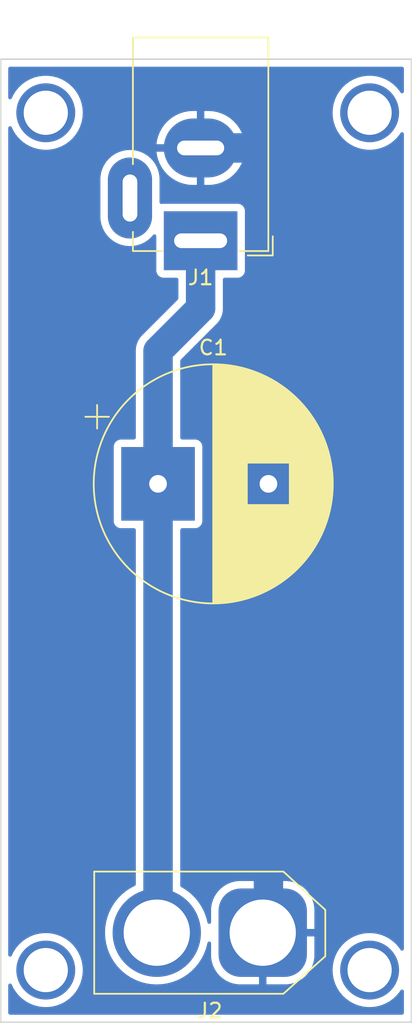
<source format=kicad_pcb>
(kicad_pcb (version 20211014) (generator pcbnew)
  (layers (0 "F.Cu" signal) (31 "B.Cu" signal) (34 "B.Paste" user) (35 "F.Paste" user) (36 "B.SilkS" user "B.Silkscreen") (37 "F.SilkS" user "F.Silkscreen") (38 "B.Mask" user) (39 "F.Mask" user) (44 "Edge.Cuts" user))
  (net 0 "")
  (net 1 "Net-(C1-Pad1)")
  (net 2 "GND")
  (footprint "Connector_BarrelJack:BarrelJack_GCT_DCJ200-10-A_Horizontal" (layer "F.Cu") (at 103.52 59.69 180)
    (fp_text reference "J1" (at 0 -2.5) (layer "F.SilkS"))
    (fp_text value "Barrel_Jack_Switch")
    (fp_line (start 4.6 5.2) (end 4.6 13.8) (layer "F.SilkS") (width 0.12))
    (fp_line (start 4.6 -0.7) (end 4.6 0.6) (layer "F.SilkS") (width 0.12))
    (fp_line (start -4.6 -0.7) (end -2.6 -0.7) (layer "F.SilkS") (width 0.12))
    (fp_line (start -3.2 -1) (end -4.9 -1) (layer "F.SilkS") (width 0.12))
    (fp_line (start -4.9 -1) (end -4.9 0.3) (layer "F.SilkS") (width 0.12))
    (fp_line (start 4.6 13.8) (end -4.6 13.8) (layer "F.SilkS") (width 0.12))
    (fp_line (start 2.6 -0.7) (end 4.6 -0.7) (layer "F.SilkS") (width 0.12))
    (fp_line (start -4.6 13.8) (end -4.6 -0.7) (layer "F.SilkS") (width 0.12))
    (pad "1" thru_hole rect (at 0 0 180) (size 5 4) (drill oval 3.6 1) (layers *.Cu *.Mask) (net 1 "Net-(C1-Pad1)"))
    (pad "2" thru_hole oval (at 0 6.3 180) (size 5 4) (drill oval 3.2 1) (layers *.Cu *.Mask) (net 2 "GND"))
    (pad "3" thru_hole oval (at 4.8 2.9 180) (size 3 5.5) (drill oval 1 3.2) (layers *.Cu *.Mask))
  )
  (footprint "Capacitor_THT:CP_Radial_D16.0mm_P7.50mm" (layer "F.Cu") (at 100.627246 76.2)
    (fp_text reference "C1" (at 3.75 -9.25) (layer "F.SilkS"))
    (fp_text value "1000u")
    (fp_line (start 8.071 -6.836) (end 8.071 -1.44) (layer "F.SilkS") (width 0.12))
    (fp_line (start 4.751 -8.019) (end 4.751 8.019) (layer "F.SilkS") (width 0.12))
    (fp_line (start 6.191 -7.705) (end 6.191 -1.44) (layer "F.SilkS") (width 0.12))
    (fp_line (start 10.871 -3.864) (end 10.871 3.864) (layer "F.SilkS") (width 0.12))
    (fp_line (start 4.23 -8.066) (end 4.23 8.066) (layer "F.SilkS") (width 0.12))
    (fp_line (start 8.751 -6.358) (end 8.751 -1.44) (layer "F.SilkS") (width 0.12))
    (fp_line (start 5.271 -7.937) (end 5.271 7.937) (layer "F.SilkS") (width 0.12))
    (fp_line (start 7.471 1.44) (end 7.471 7.178) (layer "F.SilkS") (width 0.12))
    (fp_line (start 8.511 1.44) (end 8.511 6.539) (layer "F.SilkS") (width 0.12))
    (fp_line (start 4.831 -8.008) (end 4.831 8.008) (layer "F.SilkS") (width 0.12))
    (fp_line (start 5.911 -7.788) (end 5.911 7.788) (layer "F.SilkS") (width 0.12))
    (fp_line (start 10.631 -4.273) (end 10.631 4.273) (layer "F.SilkS") (width 0.12))
    (fp_line (start 4.631 -8.033) (end 4.631 8.033) (layer "F.SilkS") (width 0.12))
    (fp_line (start 6.751 1.44) (end 6.751 7.506) (layer "F.SilkS") (width 0.12))
    (fp_line (start 9.431 -5.763) (end 9.431 5.763) (layer "F.SilkS") (width 0.12))
    (fp_line (start 7.271 1.44) (end 7.271 7.278) (layer "F.SilkS") (width 0.12))
    (fp_line (start 8.391 1.44) (end 8.391 6.624) (layer "F.SilkS") (width 0.12))
    (fp_line (start 8.231 -6.733) (end 8.231 -1.44) (layer "F.SilkS") (width 0.12))
    (fp_line (start 8.151 1.44) (end 8.151 6.785) (layer "F.SilkS") (width 0.12))
    (fp_line (start 3.87 -8.08) (end 3.87 8.08) (layer "F.SilkS") (width 0.12))
    (fp_line (start 6.831 -7.474) (end 6.831 -1.44) (layer "F.SilkS") (width 0.12))
    (fp_line (start 7.431 -7.199) (end 7.431 -1.44) (layer "F.SilkS") (width 0.12))
    (fp_line (start 8.671 -6.42) (end 8.671 -1.44) (layer "F.SilkS") (width 0.12))
    (fp_line (start 7.111 1.44) (end 7.111 7.353) (layer "F.SilkS") (width 0.12))
    (fp_line (start 4.951 -7.991) (end 4.951 7.991) (layer "F.SilkS") (width 0.12))
    (fp_line (start 7.551 -7.136) (end 7.551 -1.44) (layer "F.SilkS") (width 0.12))
    (fp_line (start 3.83 -8.08) (end 3.83 8.08) (layer "F.SilkS") (width 0.12))
    (fp_line (start 6.311 1.44) (end 6.311 7.666) (layer "F.SilkS") (width 0.12))
    (fp_line (start 7.791 1.44) (end 7.791 7.004) (layer "F.SilkS") (width 0.12))
    (fp_line (start 6.911 -7.44) (end 6.911 -1.44) (layer "F.SilkS") (width 0.12))
    (fp_line (start 6.551 -7.582) (end 6.551 -1.44) (layer "F.SilkS") (width 0.12))
    (fp_line (start 8.591 1.44) (end 8.591 6.48) (layer "F.SilkS") (width 0.12))
    (fp_line (start 8.991 -6.163) (end 8.991 6.163) (layer "F.SilkS") (width 0.12))
    (fp_line (start 4.39 -8.055) (end 4.39 8.055) (layer "F.SilkS") (width 0.12))
    (fp_line (start 6.831 1.44) (end 6.831 7.474) (layer "F.SilkS") (width 0.12))
    (fp_line (start 10.591 -4.336) (end 10.591 4.336) (layer "F.SilkS") (width 0.12))
    (fp_line (start 7.951 1.44) (end 7.951 6.91) (layer "F.SilkS") (width 0.12))
    (fp_line (start 4.31 -8.061) (end 4.31 8.061) (layer "F.SilkS") (width 0.12))
    (fp_line (start 6.471 -7.611) (end 6.471 -1.44) (layer "F.SilkS") (width 0.12))
    (fp_line (start 11.551 -2.218) (end 11.551 2.218) (layer "F.SilkS") (width 0.12))
    (fp_line (start 10.791 -4.007) (end 10.791 4.007) (layer "F.SilkS") (width 0.12))
    (fp_line (start 10.991 -3.637) (end 10.991 3.637) (layer "F.SilkS") (width 0.12))
    (fp_line (start 4.35 -8.058) (end 4.35 8.058) (layer "F.SilkS") (width 0.12))
    (fp_line (start 5.631 -7.86) (end 5.631 7.86) (layer "F.SilkS") (width 0.12))
    (fp_line (start 7.511 -7.157) (end 7.511 -1.44) (layer "F.SilkS") (width 0.12))
    (fp_line (start 11.031 -3.557) (end 11.031 3.557) (layer "F.SilkS") (width 0.12))
    (fp_line (start 6.671 -7.537) (end 6.671 -1.44) (layer "F.SilkS") (width 0.12))
    (fp_line (start 6.631 1.44) (end 6.631 7.553) (layer "F.SilkS") (width 0.12))
    (fp_line (start 10.951 -3.715) (end 10.951 3.715) (layer "F.SilkS") (width 0.12))
    (fp_line (start 7.511 1.44) (end 7.511 7.157) (layer "F.SilkS") (width 0.12))
    (fp_line (start 7.711 1.44) (end 7.711 7.049) (layer "F.SilkS") (width 0.12))
    (fp_line (start 9.871 -5.297) (end 9.871 5.297) (layer "F.SilkS") (width 0.12))
    (fp_line (start 8.551 1.44) (end 8.551 6.51) (layer "F.SilkS") (width 0.12))
    (fp_line (start 9.391 -5.802) (end 9.391 5.802) (layer "F.SilkS") (width 0.12))
    (fp_line (start 11.711 -1.564) (end 11.711 1.564) (layer "F.SilkS") (width 0.12))
    (fp_line (start 6.871 1.44) (end 6.871 7.457) (layer "F.SilkS") (width 0.12))
    (fp_line (start 6.031 -7.754) (end 6.031 7.754) (layer "F.SilkS") (width 0.12))
    (fp_line (start 4.591 -8.037) (end 4.591 8.037) (layer "F.SilkS") (width 0.12))
    (fp_line (start 5.151 -7.959) (end 5.151 7.959) (layer "F.SilkS") (width 0.12))
    (fp_line (start 5.551 -7.878) (end 5.551 7.878) (layer "F.SilkS") (width 0.12))
    (fp_line (start 6.951 -7.423) (end 6.951 -1.44) (layer "F.SilkS") (width 0.12))
    (fp_line (start 9.951 -5.204) (end 9.951 5.204) (layer "F.SilkS") (width 0.12))
    (fp_line (start 6.311 -7.666) (end 6.311 -1.44) (layer "F.SilkS") (width 0.12))
    (fp_line (start 3.79 -8.08) (end 3.79 8.08) (layer "F.SilkS") (width 0.12))
    (fp_line (start 9.751 -5.432) (end 9.751 5.432) (layer "F.SilkS") (width 0.12))
    (fp_line (start 4.43 -8.052) (end 4.43 8.052) (layer "F.SilkS") (width 0.12))
    (fp_line (start 11.671 -1.752) (end 11.671 1.752) (layer "F.SilkS") (width 0.12))
    (fp_line (start 6.791 -7.49) (end 6.791 -1.44) (layer "F.SilkS") (width 0.12))
    (fp_line (start 7.151 1.44) (end 7.151 7.334) (layer "F.SilkS") (width 0.12))
    (fp_line (start 10.031 -5.108) (end 10.031 5.108) (layer "F.SilkS") (width 0.12))
    (fp_line (start 8.391 -6.624) (end 8.391 -1.44) (layer "F.SilkS") (width 0.12))
    (fp_line (start 8.791 -6.327) (end 8.791 -1.44) (layer "F.SilkS") (width 0.12))
    (fp_line (start 7.631 1.44) (end 7.631 7.094) (layer "F.SilkS") (width 0.12))
    (fp_line (start 8.951 -6.197) (end 8.951 6.197) (layer "F.SilkS") (width 0.12))
    (fp_line (start 11.391 -2.711) (end 11.391 2.711) (layer "F.SilkS") (width 0.12))
    (fp_line (start 8.191 1.44) (end 8.191 6.759) (layer "F.SilkS") (width 0.12))
    (fp_line (start 7.151 -7.334) (end 7.151 -1.44) (layer "F.SilkS") (width 0.12))
    (fp_line (start 9.631 -5.56) (end 9.631 5.56) (layer "F.SilkS") (width 0.12))
    (fp_line (start 6.151 -7.718) (end 6.151 -1.44) (layer "F.SilkS") (width 0.12))
    (fp_line (start 8.911 1.44) (end 8.911 6.23) (layer "F.SilkS") (width 0.12))
    (fp_line (start 10.271 -4.8) (end 10.271 4.8) (layer "F.SilkS") (width 0.12))
    (fp_line (start 7.551 1.44) (end 7.551 7.136) (layer "F.SilkS") (width 0.12))
    (fp_line (start 6.951 1.44) (end 6.951 7.423) (layer "F.SilkS") (width 0.12))
    (fp_line (start 9.991 -5.156) (end 9.991 5.156) (layer "F.SilkS") (width 0.12))
    (fp_line (start 9.791 -5.388) (end 9.791 5.388) (layer "F.SilkS") (width 0.12))
    (fp_line (start 4.871 -8.003) (end 4.871 8.003) (layer "F.SilkS") (width 0.12))
    (fp_line (start 7.631 -7.094) (end 7.631 -1.44) (layer "F.SilkS") (width 0.12))
    (fp_line (start 4.991 -7.985) (end 4.991 7.985) (layer "F.SilkS") (width 0.12))
    (fp_line (start 8.031 1.44) (end 8.031 6.861) (layer "F.SilkS") (width 0.12))
    (fp_line (start 4.03 -8.076) (end 4.03 8.076) (layer "F.SilkS") (width 0.12))
    (fp_line (start 7.111 -7.353) (end 7.111 -1.44) (layer "F.SilkS") (width 0.12))
    (fp_line (start 10.111 -5.009) (end 10.111 5.009) (layer "F.SilkS") (width 0.12))
    (fp_line (start 7.031 -7.389) (end 7.031 -1.44) (layer "F.SilkS") (width 0.12))
    (fp_line (start 4.11 -8.073) (end 4.11 8.073) (layer "F.SilkS") (width 0.12))
    (fp_line (start 8.351 -6.652) (end 8.351 -1.44) (layer "F.SilkS") (width 0.12))
    (fp_line (start 6.431 -7.625) (end 6.431 -1.44) (layer "F.SilkS") (width 0.12))
    (fp_line (start 6.591 1.44) (end 6.591 7.568) (layer "F.SilkS") (width 0.12))
    (fp_line (start 6.671 1.44) (end 6.671 7.537) (layer "F.SilkS") (width 0.12))
    (fp_line (start 9.511 -5.684) (end 9.511 5.684) (layer "F.SilkS") (width 0.12))
    (fp_line (start 7.831 -6.981) (end 7.831 -1.44) (layer "F.SilkS") (width 0.12))
    (fp_line (start 10.911 -3.79) (end 10.911 3.79) (layer "F.SilkS") (width 0.12))
    (fp_line (start 5.231 -7.944) (end 5.231 7.944) (layer "F.SilkS") (width 0.12))
    (fp_line (start 7.351 1.44) (end 7.351 7.239) (layer "F.SilkS") (width 0.12))
    (fp_line (start 8.511 -6.539) (end 8.511 -1.44) (layer "F.SilkS") (width 0.12))
    (fp_line (start 7.191 1.44) (end 7.191 7.316) (layer "F.SilkS") (width 0.12))
    (fp_line (start 7.871 1.44) (end 7.871 6.958) (layer "F.SilkS") (width 0.12))
    (fp_line (start 9.831 -5.343) (end 9.831 5.343) (layer "F.SilkS") (width 0.12))
    (fp_line (start 7.711 -7.049) (end 7.711 -1.44) (layer "F.SilkS") (width 0.12))
    (fp_line (start 9.271 -5.916) (end 9.271 5.916) (layer "F.SilkS") (width 0.12))
    (fp_line (start 11.471 -2.478) (end 11.471 2.478) (layer "F.SilkS") (width 0.12))
    (fp_line (start 9.031 -6.129) (end 9.031 6.129) (layer "F.SilkS") (width 0.12))
    (fp_line (start 3.91 -8.079) (end 3.91 8.079) (layer "F.SilkS") (width 0.12))
    (fp_line (start 10.831 -3.936) (end 10.831 3.936) (layer "F.SilkS") (width 0.12))
    (fp_line (start 10.511 -4.459) (end 10.511 4.459) (layer "F.SilkS") (width 0.12))
    (fp_line (start 4.471 -8.049) (end 4.471 8.049) (layer "F.SilkS") (width 0.12))
    (fp_line (start 6.231 1.44) (end 6.231 7.693) (layer "F.SilkS") (width 0.12))
    (fp_line (start 9.551 -5.643) (end 9.551 5.643) (layer "F.SilkS") (width 0.12))
    (fp_line (start 11.431 -2.597) (end 11.431 2.597) (layer "F.SilkS") (width 0.12))
    (fp_line (start 10.551 -4.398) (end 10.551 4.398) (layer "F.SilkS") (width 0.12))
    (fp_line (start 11.751 -1.351) (end 11.751 1.351) (layer "F.SilkS") (width 0.12))
    (fp_line (start 10.391 -4.634) (end 10.391 4.634) (layer "F.SilkS") (width 0.12))
    (fp_line (start 7.431 1.44) (end 7.431 7.199) (layer "F.SilkS") (width 0.12))
    (fp_line (start 8.551 -6.51) (end 8.551 -1.44) (layer "F.SilkS") (width 0.12))
    (fp_line (start 5.471 -7.896) (end 5.471 7.896) (layer "F.SilkS") (width 0.12))
    (fp_line (start 8.111 1.44) (end 8.111 6.811) (layer "F.SilkS") (width 0.12))
    (fp_line (start 4.19 -8.069) (end 4.19 8.069) (layer "F.SilkS") (width 0.12))
    (fp_line (start 7.671 1.44) (end 7.671 7.072) (layer "F.SilkS") (width 0.12))
    (fp_line (start 8.871 -6.263) (end 8.871 -1.44) (layer "F.SilkS") (width 0.12))
    (fp_line (start 8.471 -6.568) (end 8.471 -1.44) (layer "F.SilkS") (width 0.12))
    (fp_line (start 7.391 1.44) (end 7.391 7.219) (layer "F.SilkS") (width 0.12))
    (fp_line (start 7.871 -6.958) (end 7.871 -1.44) (layer "F.SilkS") (width 0.12))
    (fp_line (start 7.751 1.44) (end 7.751 7.027) (layer "F.SilkS") (width 0.12))
    (fp_line (start 7.911 1.44) (end 7.911 6.934) (layer "F.SilkS") (width 0.12))
    (fp_line (start 5.711 -7.84) (end 5.711 7.84) (layer "F.SilkS") (width 0.12))
    (fp_line (start 9.471 -5.724) (end 9.471 5.724) (layer "F.SilkS") (width 0.12))
    (fp_line (start 6.111 1.44) (end 6.111 7.73) (layer "F.SilkS") (width 0.12))
    (fp_line (start 4.911 -7.997) (end 4.911 7.997) (layer "F.SilkS") (width 0.12))
    (fp_line (start 4.711 -8.024) (end 4.711 8.024) (layer "F.SilkS") (width 0.12))
    (fp_line (start 9.351 -5.84) (end 9.351 5.84) (layer "F.SilkS") (width 0.12))
    (fp_line (start 8.831 1.44) (end 8.831 6.295) (layer "F.SilkS") (width 0.12))
    (fp_line (start 11.311 -2.924) (end 11.311 2.924) (layer "F.SilkS") (width 0.12))
    (fp_line (start 6.191 1.44) (end 6.191 7.705) (layer "F.SilkS") (width 0.12))
    (fp_line (start 6.871 -7.457) (end 6.871 -1.44) (layer "F.SilkS") (width 0.12))
    (fp_line (start 4.27 -8.064) (end 4.27 8.064) (layer "F.SilkS") (width 0.12))
    (fp_line (start 7.751 -7.027) (end 7.751 -1.44) (layer "F.SilkS") (width 0.12))
    (fp_line (start 8.471 1.44) (end 8.471 6.568) (layer "F.SilkS") (width 0.12))
    (fp_line (start 6.631 -7.553) (end 6.631 -1.44) (layer "F.SilkS") (width 0.12))
    (fp_line (start -4.139491 -5.355) (end -4.139491 -3.755) (layer "F.SilkS") (width 0.12))
    (fp_line (start 11.791 -1.098) (end 11.791 1.098) (layer "F.SilkS") (width 0.12))
    (fp_line (start 5.191 -7.952) (end 5.191 7.952) (layer "F.SilkS") (width 0.12))
    (fp_line (start 6.071 1.44) (end 6.071 7.742) (layer "F.SilkS") (width 0.12))
    (fp_line (start 7.231 -7.297) (end 7.231 -1.44) (layer "F.SilkS") (width 0.12))
    (fp_line (start 8.031 -6.861) (end 8.031 -1.44) (layer "F.SilkS") (width 0.12))
    (fp_line (start 11.271 -3.024) (end 11.271 3.024) (layer "F.SilkS") (width 0.12))
    (fp_line (start 11.231 -3.12) (end 11.231 3.12) (layer "F.SilkS") (width 0.12))
    (fp_line (start 11.831 -0.765) (end 11.831 0.765) (layer "F.SilkS") (width 0.12))
    (fp_line (start 4.511 -8.045) (end 4.511 8.045) (layer "F.SilkS") (width 0.12))
    (fp_line (start 7.031 1.44) (end 7.031 7.389) (layer "F.SilkS") (width 0.12))
    (fp_line (start 5.351 -7.921) (end 5.351 7.921) (layer "F.SilkS") (width 0.12))
    (fp_line (start 4.551 -8.041) (end 4.551 8.041) (layer "F.SilkS") (width 0.12))
    (fp_line (start 9.151 -6.025) (end 9.151 6.025) (layer "F.SilkS") (width 0.12))
    (fp_line (start 3.95 -8.078) (end 3.95 8.078) (layer "F.SilkS") (width 0.12))
    (fp_line (start 10.191 -4.906) (end 10.191 4.906) (layer "F.SilkS") (width 0.12))
    (fp_line (start 5.071 -7.972) (end 5.071 7.972) (layer "F.SilkS") (width 0.12))
    (fp_line (start 8.791 1.44) (end 8.791 6.327) (layer "F.SilkS") (width 0.12))
    (fp_line (start 4.07 -8.074) (end 4.07 8.074) (layer "F.SilkS") (width 0.12))
    (fp_line (start 11.631 -1.92) (end 11.631 1.92) (layer "F.SilkS") (width 0.12))
    (fp_line (start 8.871 1.44) (end 8.871 6.263) (layer "F.SilkS") (width 0.12))
    (fp_line (start 8.631 1.44) (end 8.631 6.45) (layer "F.SilkS") (width 0.12))
    (fp_line (start -4.939491 -4.555) (end -3.339491 -4.555) (layer "F.SilkS") (width 0.12))
    (fp_line (start 7.231 1.44) (end 7.231 7.297) (layer "F.SilkS") (width 0.12))
    (fp_line (start 8.711 1.44) (end 8.711 6.39) (layer "F.SilkS") (width 0.12))
    (fp_line (start 10.431 -4.577) (end 10.431 4.577) (layer "F.SilkS") (width 0.12))
    (fp_line (start 8.431 1.44) (end 8.431 6.596) (layer "F.SilkS") (width 0.12))
    (fp_line (start 8.711 -6.39) (end 8.711 -1.44) (layer "F.SilkS") (width 0.12))
    (fp_line (start 7.311 1.44) (end 7.311 7.258) (layer "F.SilkS") (width 0.12))
    (fp_line (start 8.831 -6.295) (end 8.831 -1.44) (layer "F.SilkS") (width 0.12))
    (fp_line (start 8.071 1.44) (end 8.071 6.836) (layer "F.SilkS") (width 0.12))
    (fp_line (start 11.351 -2.82) (end 11.351 2.82) (layer "F.SilkS") (width 0.12))
    (fp_line (start 6.271 1.44) (end 6.271 7.68) (layer "F.SilkS") (width 0.12))
    (fp_line (start 10.711 -4.143) (end 10.711 4.143) (layer "F.SilkS") (width 0.12))
    (fp_line (start 9.671 -5.518) (end 9.671 5.518) (layer "F.SilkS") (width 0.12))
    (fp_line (start 6.711 1.44) (end 6.711 7.522) (layer "F.SilkS") (width 0.12))
    (fp_line (start 11.591 -2.074) (end 11.591 2.074) (layer "F.SilkS") (width 0.12))
    (fp_line (start 8.271 1.44) (end 8.271 6.706) (layer "F.SilkS") (width 0.12))
    (fp_line (start 8.311 -6.679) (end 8.311 -1.44) (layer "F.SilkS") (width 0.12))
    (fp_line (start 6.511 -7.597) (end 6.511 -1.44) (layer "F.SilkS") (width 0.12))
    (fp_line (start 6.991 1.44) (end 6.991 7.406) (layer "F.SilkS") (width 0.12))
    (fp_line (start 5.031 -7.979) (end 5.031 7.979) (layer "F.SilkS") (width 0.12))
    (fp_line (start 11.511 -2.351) (end 11.511 2.351) (layer "F.SilkS") (width 0.12))
    (fp_line (start 8.271 -6.706) (end 8.271 -1.44) (layer "F.SilkS") (width 0.12))
    (fp_line (start 10.671 -4.209) (end 10.671 4.209) (layer "F.SilkS") (width 0.12))
    (fp_line (start 6.071 -7.742) (end 6.071 -1.44) (layer "F.SilkS") (width 0.12))
    (fp_line (start 6.111 -7.73) (end 6.111 -1.44) (layer "F.SilkS") (width 0.12))
    (fp_line (start 8.751 1.44) (end 8.751 6.358) (layer "F.SilkS") (width 0.12))
    (fp_line (start 7.071 1.44) (end 7.071 7.371) (layer "F.SilkS") (width 0.12))
    (fp_line (start 7.591 -7.115) (end 7.591 -1.44) (layer "F.SilkS") (width 0.12))
    (fp_line (start 7.831 1.44) (end 7.831 6.981) (layer "F.SilkS") (width 0.12))
    (fp_line (start 6.391 1.44) (end 6.391 7.639) (layer "F.SilkS") (width 0.12))
    (fp_line (start 6.431 1.44) (end 6.431 7.625) (layer "F.SilkS") (width 0.12))
    (fp_line (start 5.311 -7.929) (end 5.311 7.929) (layer "F.SilkS") (width 0.12))
    (fp_line (start 6.271 -7.68) (end 6.271 -1.44) (layer "F.SilkS") (width 0.12))
    (fp_line (start 10.351 -4.691) (end 10.351 4.691) (layer "F.SilkS") (width 0.12))
    (fp_line (start 8.671 1.44) (end 8.671 6.42) (layer "F.SilkS") (width 0.12))
    (fp_line (start 4.15 -8.071) (end 4.15 8.071) (layer "F.SilkS") (width 0.12))
    (fp_line (start 7.951 -6.91) (end 7.951 -1.44) (layer "F.SilkS") (width 0.12))
    (fp_line (start 7.791 -7.004) (end 7.791 -1.44) (layer "F.SilkS") (width 0.12))
    (fp_line (start 8.911 -6.23) (end 8.911 -1.44) (layer "F.SilkS") (width 0.12))
    (fp_line (start 11.191 -3.213) (end 11.191 3.213) (layer "F.SilkS") (width 0.12))
    (fp_line (start 7.591 1.44) (end 7.591 7.115) (layer "F.SilkS") (width 0.12))
    (fp_line (start 7.671 -7.072) (end 7.671 -1.44) (layer "F.SilkS") (width 0.12))
    (fp_line (start 6.391 -7.639) (end 6.391 -1.44) (layer "F.SilkS") (width 0.12))
    (fp_line (start 5.991 -7.765) (end 5.991 7.765) (layer "F.SilkS") (width 0.12))
    (fp_line (start 4.791 -8.014) (end 4.791 8.014) (layer "F.SilkS") (width 0.12))
    (fp_line (start 5.791 -7.82) (end 5.791 7.82) (layer "F.SilkS") (width 0.12))
    (fp_line (start 8.111 -6.811) (end 8.111 -1.44) (layer "F.SilkS") (width 0.12))
    (fp_line (start 5.111 -7.966) (end 5.111 7.966) (layer "F.SilkS") (width 0.12))
    (fp_line (start 7.071 -7.371) (end 7.071 -1.44) (layer "F.SilkS") (width 0.12))
    (fp_line (start 7.351 -7.239) (end 7.351 -1.44) (layer "F.SilkS") (width 0.12))
    (fp_line (start 6.351 1.44) (end 6.351 7.653) (layer "F.SilkS") (width 0.12))
    (fp_line (start 8.231 1.44) (end 8.231 6.733) (layer "F.SilkS") (width 0.12))
    (fp_line (start 9.591 -5.602) (end 9.591 5.602) (layer "F.SilkS") (width 0.12))
    (fp_line (start 7.271 -7.278) (end 7.271 -1.44) (layer "F.SilkS") (width 0.12))
    (fp_line (start 6.591 -7.568) (end 6.591 -1.44) (layer "F.SilkS") (width 0.12))
    (fp_line (start 6.471 1.44) (end 6.471 7.611) (layer "F.SilkS") (width 0.12))
    (fp_line (start 5.951 -7.777) (end 5.951 7.777) (layer "F.SilkS") (width 0.12))
    (fp_line (start 7.911 -6.934) (end 7.911 -1.44) (layer "F.SilkS") (width 0.12))
    (fp_line (start 7.391 -7.219) (end 7.391 -1.44) (layer "F.SilkS") (width 0.12))
    (fp_line (start 6.791 1.44) (end 6.791 7.49) (layer "F.SilkS") (width 0.12))
    (fp_line (start 4.671 -8.028) (end 4.671 8.028) (layer "F.SilkS") (width 0.12))
    (fp_line (start 6.991 -7.406) (end 6.991 -1.44) (layer "F.SilkS") (width 0.12))
    (fp_line (start 7.991 -6.886) (end 7.991 -1.44) (layer "F.SilkS") (width 0.12))
    (fp_line (start 9.711 -5.475) (end 9.711 5.475) (layer "F.SilkS") (width 0.12))
    (fp_line (start 5.671 -7.85) (end 5.671 7.85) (layer "F.SilkS") (width 0.12))
    (fp_line (start 8.351 1.44) (end 8.351 6.652) (layer "F.SilkS") (width 0.12))
    (fp_line (start 8.311 1.44) (end 8.311 6.679) (layer "F.SilkS") (width 0.12))
    (fp_line (start 9.911 -5.251) (end 9.911 5.251) (layer "F.SilkS") (width 0.12))
    (fp_line (start 6.231 -7.693) (end 6.231 -1.44) (layer "F.SilkS") (width 0.12))
    (fp_line (start 3.99 -8.077) (end 3.99 8.077) (layer "F.SilkS") (width 0.12))
    (fp_line (start 8.191 -6.759) (end 8.191 -1.44) (layer "F.SilkS") (width 0.12))
    (fp_line (start 5.871 -7.799) (end 5.871 7.799) (layer "F.SilkS") (width 0.12))
    (fp_line (start 9.191 -5.989) (end 9.191 5.989) (layer "F.SilkS") (width 0.12))
    (fp_line (start 6.911 1.44) (end 6.911 7.44) (layer "F.SilkS") (width 0.12))
    (fp_line (start 6.751 -7.506) (end 6.751 -1.44) (layer "F.SilkS") (width 0.12))
    (fp_line (start 5.511 -7.887) (end 5.511 7.887) (layer "F.SilkS") (width 0.12))
    (fp_line (start 9.071 -6.095) (end 9.071 6.095) (layer "F.SilkS") (width 0.12))
    (fp_line (start 3.75 -8.081) (end 3.75 8.081) (layer "F.SilkS") (width 0.12))
    (fp_line (start 5.751 -7.83) (end 5.751 7.83) (layer "F.SilkS") (width 0.12))
    (fp_line (start 8.431 -6.596) (end 8.431 -1.44) (layer "F.SilkS") (width 0.12))
    (fp_line (start 10.751 -4.076) (end 10.751 4.076) (layer "F.SilkS") (width 0.12))
    (fp_line (start 11.111 -3.39) (end 11.111 3.39) (layer "F.SilkS") (width 0.12))
    (fp_line (start 8.591 -6.48) (end 8.591 -1.44) (layer "F.SilkS") (width 0.12))
    (fp_line (start 9.111 -6.06) (end 9.111 6.06) (layer "F.SilkS") (width 0.12))
    (fp_line (start 6.151 1.44) (end 6.151 7.718) (layer "F.SilkS") (width 0.12))
    (fp_line (start 9.231 -5.952) (end 9.231 5.952) (layer "F.SilkS") (width 0.12))
    (fp_line (start 8.631 -6.45) (end 8.631 -1.44) (layer "F.SilkS") (width 0.12))
    (fp_line (start 6.711 -7.522) (end 6.711 -1.44) (layer "F.SilkS") (width 0.12))
    (fp_line (start 8.151 -6.785) (end 8.151 -1.44) (layer "F.SilkS") (width 0.12))
    (fp_line (start 10.071 -5.059) (end 10.071 5.059) (layer "F.SilkS") (width 0.12))
    (fp_line (start 11.151 -3.303) (end 11.151 3.303) (layer "F.SilkS") (width 0.12))
    (fp_line (start 7.471 -7.178) (end 7.471 -1.44) (layer "F.SilkS") (width 0.12))
    (fp_line (start 7.991 1.44) (end 7.991 6.886) (layer "F.SilkS") (width 0.12))
    (fp_line (start 10.471 -4.519) (end 10.471 4.519) (layer "F.SilkS") (width 0.12))
    (fp_line (start 10.231 -4.854) (end 10.231 4.854) (layer "F.SilkS") (width 0.12))
    (fp_line (start 5.391 -7.913) (end 5.391 7.913) (layer "F.SilkS") (width 0.12))
    (fp_line (start 9.311 -5.878) (end 9.311 5.878) (layer "F.SilkS") (width 0.12))
    (fp_line (start 6.351 -7.653) (end 6.351 -1.44) (layer "F.SilkS") (width 0.12))
    (fp_line (start 6.551 1.44) (end 6.551 7.582) (layer "F.SilkS") (width 0.12))
    (fp_line (start 11.071 -3.475) (end 11.071 3.475) (layer "F.SilkS") (width 0.12))
    (fp_line (start 5.591 -7.869) (end 5.591 7.869) (layer "F.SilkS") (width 0.12))
    (fp_line (start 5.831 -7.81) (end 5.831 7.81) (layer "F.SilkS") (width 0.12))
    (fp_line (start 7.311 -7.258) (end 7.311 -1.44) (layer "F.SilkS") (width 0.12))
    (fp_line (start 6.511 1.44) (end 6.511 7.597) (layer "F.SilkS") (width 0.12))
    (fp_line (start 10.311 -4.746) (end 10.311 4.746) (layer "F.SilkS") (width 0.12))
    (fp_line (start 5.431 -7.905) (end 5.431 7.905) (layer "F.SilkS") (width 0.12))
    (fp_line (start 10.151 -4.958) (end 10.151 4.958) (layer "F.SilkS") (width 0.12))
    (fp_line (start 7.191 -7.316) (end 7.191 -1.44) (layer "F.SilkS") (width 0.12))
    (fp_circle (center 3.75 0) (end 11.87 0) (layer "F.SilkS") (width 0.12) (fill none))
    (pad "1" thru_hole rect (at 0 0) (size 5 5) (drill 1.2) (layers *.Cu *.Mask) (net 1 "Net-(C1-Pad1)"))
    (pad "2" thru_hole circle (at 7.5 0) (size 5 5) (drill 1.2) (layers *.Cu *.Mask) (net 2 "GND"))
  )
  (footprint "Connector_AMASS:AMASS_XT60-M_1x02_P7.20mm_Vertical" (layer "F.Cu") (at 107.74 106.68 180)
    (fp_text reference "J2" (at 3.6 -5.3) (layer "F.SilkS"))
    (fp_text value "Conn_01x02")
    (fp_line (start -1.4 4.15) (end 11.45 4.15) (layer "F.SilkS") (width 0.12))
    (fp_line (start -4.25 1.55) (end -1.4 4.15) (layer "F.SilkS") (width 0.12))
    (fp_line (start 11.45 -4.15) (end -1.4 -4.15) (layer "F.SilkS") (width 0.12))
    (fp_line (start 11.45 4.15) (end 11.45 -4.15) (layer "F.SilkS") (width 0.12))
    (fp_line (start -1.4 -4.15) (end -4.25 -1.6) (layer "F.SilkS") (width 0.12))
    (fp_line (start -4.25 -1.6) (end -4.25 1.55) (layer "F.SilkS") (width 0.12))
    (pad "1" thru_hole roundrect (at 0 0 180) (size 6 6) (drill 4.5) (layers *.Cu *.Mask) (net 2 "GND"))
    (pad "2" thru_hole circle (at 7.2 0 180) (size 6 6) (drill 4.5) (layers *.Cu *.Mask) (net 1 "Net-(C1-Pad1)"))
  )
  (gr_rect (start 89.94 47.3616) (end 117.84 112.76) (layer "Edge.Cuts") (width 0.1) (fill none))
  (segment (start 107.74 97.79) (end 108.127246 97.402754) (width 0.25) (layer "F.Cu") (net 0))
  (via (at 115 51) (size 4) (drill 3) (layers "F.Cu" "B.Cu") (net 0))
  (via (at 93 51) (size 4) (drill 3) (layers "F.Cu" "B.Cu") (net 0))
  (via (at 93 109.22) (size 4) (drill 3) (layers "F.Cu" "B.Cu") (net 0))
  (via (at 115 109.22) (size 4) (drill 3) (layers "F.Cu" "B.Cu") (net 0))
  (segment (start 100.6348 68.7324) (end 100.627246 68.739954) (width 0.25) (layer "F.Cu") (net 1))
  (segment (start 100.6348 68.58) (end 100.6348 68.7324) (width 0.25) (layer "F.Cu") (net 1))
  (segment (start 100.627246 97.702754) (end 100.54 97.79) (width 0.25) (layer "F.Cu") (net 1))
  (segment (start 100.627246 76.2) (end 100.627246 106.592754) (width 2) (layer "B.Cu") (net 1))
  (segment (start 103.52 64.28) (end 100.627246 67.172754) (width 2) (layer "B.Cu") (net 1))
  (segment (start 100.627246 67.172754) (end 100.627246 76.2) (width 2) (layer "B.Cu") (net 1))
  (segment (start 103.52 59.69) (end 103.52 64.28) (width 2) (layer "B.Cu") (net 1))
  (segment (start 100.627246 106.592754) (end 100.54 106.68) (width 0.25) (layer "B.Cu") (net 1))
  (segment (start 108.127246 105.175154) (end 107.74 105.5624) (width 0.25) (layer "F.Cu") (net 2))
  (segment (start 110 65.7) (end 110 53.8) (width 2) (layer "B.Cu") (net 2))
  (segment (start 108.127246 67.572754) (end 110 65.7) (width 2) (layer "B.Cu") (net 2))
  (segment (start 109.55 53.35) (end 109.51 53.39) (width 0.25) (layer "B.Cu") (net 2))
  (segment (start 110 53.8) (end 109.55 53.35) (width 0.25) (layer "B.Cu") (net 2))
  (segment (start 109.51 53.39) (end 103.52 53.39) (width 2) (layer "B.Cu") (net 2))
  (segment (start 108.127246 76.2) (end 108.127246 67.572754) (width 2) (layer "B.Cu") (net 2))
  (segment (start 108.127246 76.2) (end 108.127246 106.292754) (width 2) (layer "B.Cu") (net 2))
  (segment (start 108.127246 106.292754) (end 107.74 106.68) (width 0.25) (layer "B.Cu") (net 2))
  (zone (net 2) (net_name "GND") (layer "B.Cu") (connect_pads (clearance 0.508)) (min_thickness 0.254) (fill yes (thermal_gap 0.508) (thermal_bridge_width 0.508))
    (polygon (pts (xy 117.75 112.7) (xy 90 112.7) (xy 90 47.45) (xy 117.75 47.45)))
  )
)
</source>
